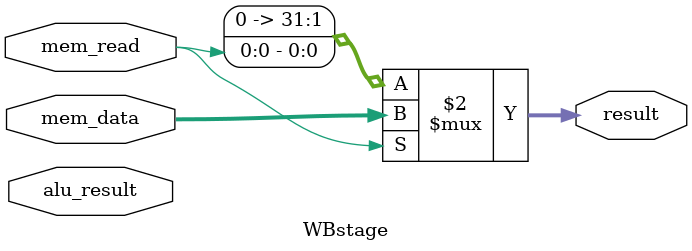
<source format=v>
module WBstage (input mem_read, input[31: 0] alu_result, mem_data,
                output[31: 0] result);

assign result = mem_read ? mem_data : mem_read;

endmodule // WBstage

</source>
